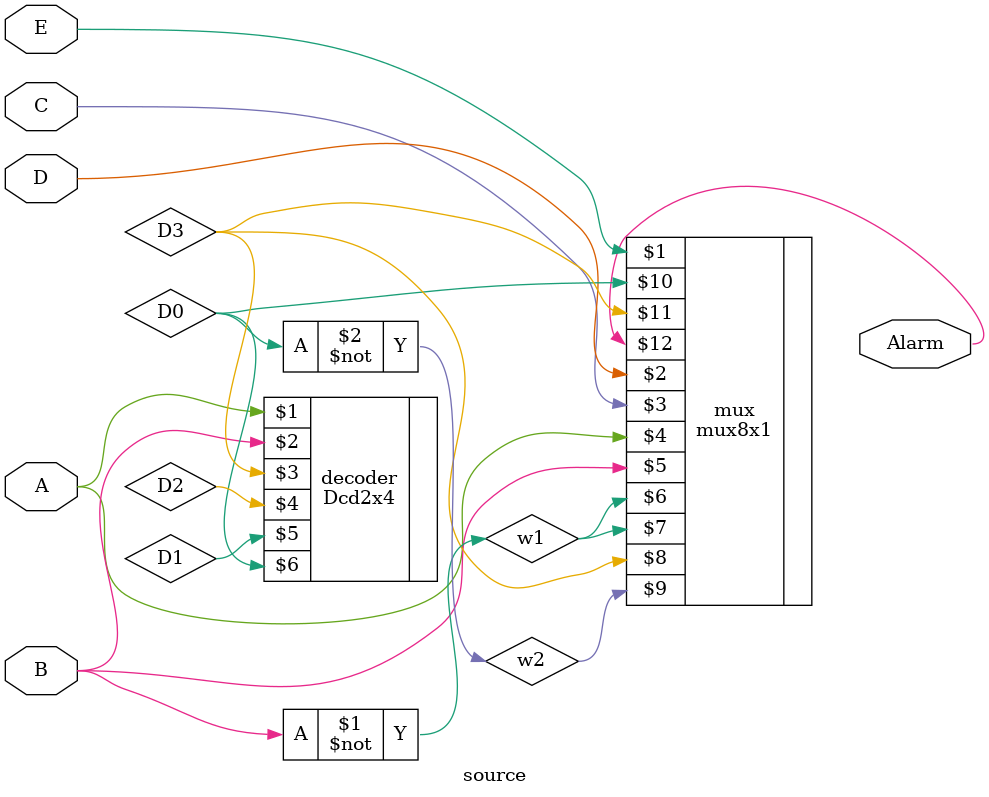
<source format=v>
`timescale 1ns / 1ns
module source(A, B, C, D, E, Alarm);

output Alarm;
input A, B, C, D, E;
wire w1,w2;


Dcd2x4 decoder(A, B, D3, D2, D1, D0);

not(w1,B);
not(w2,D0);




mux8x1 mux(E, D, C, A, B,w1 , w1, D3, w2, D0, D3, Alarm);

endmodule

</source>
